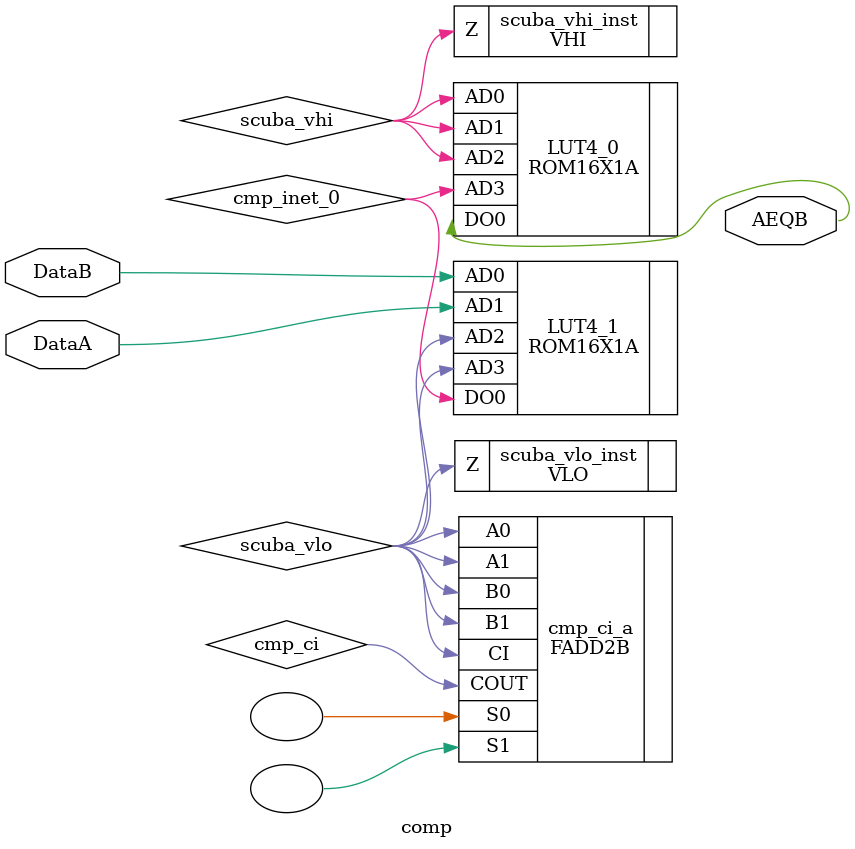
<source format=v>
/* Verilog netlist generated by SCUBA Diamond (64-bit) 3.10.0.111.2 */
/* Module Version: 3.6 */
/* C:\Program Files\lscc\diamond\3.10_x64\ispfpga\bin\nt64\scuba.exe -w -n comp -lang verilog -synth synplify -bus_exp 7 -bb -arch xo2c00 -type comp -width 1 -unsigned -port aeqb -pfu  */
/* Thu Nov 14 15:54:50 2019 */


`timescale 1 ns / 1 ps
module comp (DataA, DataB, AEQB)/* synthesis NGD_DRC_MASK=1 */;
    input wire [0:0] DataA;
    input wire [0:0] DataB;
    output wire AEQB;

    wire scuba_vhi;
    wire cmp_inet_0;
    wire cmp_ci;
    wire scuba_vlo;

    defparam LUT4_1.initval =  16'h9009 ;
    ROM16X1A LUT4_1 (.AD3(scuba_vlo), .AD2(scuba_vlo), .AD1(DataA[0]), .AD0(DataB[0]), 
        .DO0(cmp_inet_0));

    VHI scuba_vhi_inst (.Z(scuba_vhi));

    defparam LUT4_0.initval =  16'h8000 ;
    ROM16X1A LUT4_0 (.AD3(cmp_inet_0), .AD2(scuba_vhi), .AD1(scuba_vhi), 
        .AD0(scuba_vhi), .DO0(AEQB));

    VLO scuba_vlo_inst (.Z(scuba_vlo));

    FADD2B cmp_ci_a (.A0(scuba_vlo), .A1(scuba_vlo), .B0(scuba_vlo), .B1(scuba_vlo), 
        .CI(scuba_vlo), .COUT(cmp_ci), .S0(), .S1());



    // exemplar begin
    // exemplar end

endmodule

</source>
